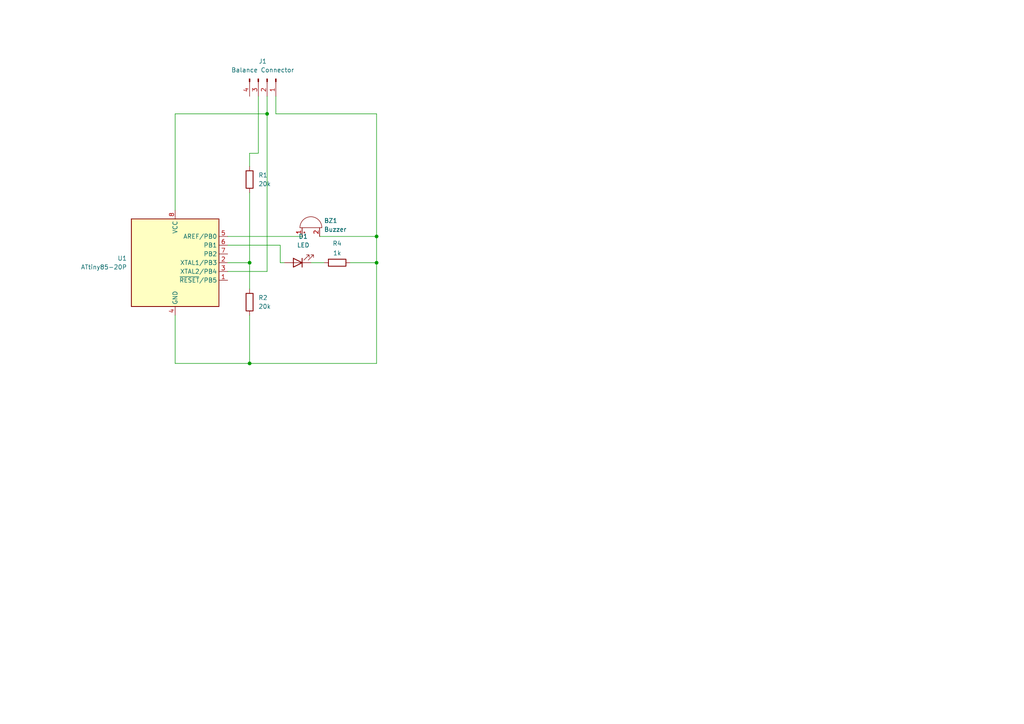
<source format=kicad_sch>
(kicad_sch (version 20231120) (generator "eeschema") (generator_version "8.0")
  (paper "A4")
  (lib_symbols
    (symbol "Connector:Conn_01x04_Pin" (pin_names (offset 1.016) hide)
      (property "Reference" "J" (at 0 5.08 0))
      (property "Value" "Conn_01x04_Pin" (at 0 -7.62 0))
      (symbol "Conn_01x04_Pin_1_1"
        (polyline (pts (xy 1.27 -5.08) (xy 0.8636 -5.08)) (stroke (width 0.1524)))
        (polyline (pts (xy 1.27 -2.54) (xy 0.8636 -2.54)) (stroke (width 0.1524)))
        (polyline (pts (xy 1.27 0) (xy 0.8636 0)) (stroke (width 0.1524)))
        (polyline (pts (xy 1.27 2.54) (xy 0.8636 2.54)) (stroke (width 0.1524)))
        (rectangle (start 0.8636 -4.953) (end 0 -5.207) (stroke (width 0.1524)) (fill (type outline)))
        (rectangle (start 0.8636 -2.413) (end 0 -2.667) (stroke (width 0.1524)) (fill (type outline)))
        (rectangle (start 0.8636 0.127) (end 0 -0.127) (stroke (width 0.1524)) (fill (type outline)))
        (rectangle (start 0.8636 2.667) (end 0 2.413) (stroke (width 0.1524)) (fill (type outline)))
        (pin passive line (at 5.08 2.54 180) (length 3.81) (name "Pin_1") (number "1"))
        (pin passive line (at 5.08 0 180) (length 3.81) (name "Pin_2") (number "2"))
        (pin passive line (at 5.08 -2.54 180) (length 3.81) (name "Pin_3") (number "3"))
        (pin passive line (at 5.08 -5.08 180) (length 3.81) (name "Pin_4") (number "4"))
      )
    )
    (symbol "Device:Buzzer" (pin_names (offset 0.0254) hide)
      (property "Reference" "BZ" (at 3.81 1.27 0))
      (property "Value" "Buzzer" (at 3.81 -1.27 0))
      (symbol "Buzzer_0_1"
        (arc (start 0 -3.175) (mid 3.1612 0) (end 0 3.175))
        (polyline (pts (xy -1.651 1.905) (xy -1.143 1.905)))
        (polyline (pts (xy -1.397 2.159) (xy -1.397 1.651)))
        (polyline (pts (xy 0 3.175) (xy 0 -3.175)))
      )
      (symbol "Buzzer_1_1"
        (pin passive line (at -2.54 2.54 0) (length 2.54) (name "+") (number "1"))
        (pin passive line (at -2.54 -2.54 0) (length 2.54) (name "-") (number "2"))
      )
    )
    (symbol "Device:LED" (pin_numbers hide) (pin_names (offset 1.016) hide)
      (property "Reference" "D" (at 0 2.54 0))
      (property "Value" "LED" (at 0 -2.54 0))
      (symbol "LED_0_1"
        (polyline (pts (xy -1.27 -1.27) (xy -1.27 1.27)) (stroke (width 0.254)))
        (polyline (pts (xy -1.27 0) (xy 1.27 0)))
        (polyline (pts (xy 1.27 -1.27) (xy 1.27 1.27) (xy -1.27 0) (xy 1.27 -1.27)) (stroke (width 0.254)))
        (polyline (pts (xy -3.048 -0.762) (xy -4.572 -2.286) (xy -3.81 -2.286) (xy -4.572 -2.286) (xy -4.572 -1.524)))
        (polyline (pts (xy -1.778 -0.762) (xy -3.302 -2.286) (xy -2.54 -2.286) (xy -3.302 -2.286) (xy -3.302 -1.524)))
      )
      (symbol "LED_1_1"
        (pin passive line (at -3.81 0 0) (length 2.54) (name "K") (number "1"))
        (pin passive line (at 3.81 0 180) (length 2.54) (name "A") (number "2"))
      )
    )
    (symbol "Device:R" (pin_numbers hide) (pin_names (offset 0))
      (property "Reference" "R" (at 2.032 0 90))
      (property "Value" "R" (at 0 0 90))
      (symbol "R_0_1"
        (rectangle (start -1.016 -2.54) (end 1.016 2.54) (stroke (width 0.254)))
      )
      (symbol "R_1_1"
        (pin passive line (at 0 3.81 270) (length 1.27) (name "~") (number "1"))
        (pin passive line (at 0 -3.81 90) (length 1.27) (name "~") (number "2"))
      )
    )
    (symbol "MCU_Microchip_ATtiny:ATtiny85-20P"
      (property "Reference" "U" (at -12.7 13.97 0))
      (property "Value" "ATtiny85-20P" (at 2.54 -13.97 0))
      (symbol "ATtiny85-20P_0_1"
        (rectangle (start -12.7 -12.7) (end 12.7 12.7) (stroke (width 0.254)) (fill (type background)))
      )
      (symbol "ATtiny85-20P_1_1"
        (pin bidirectional line (at 15.24 -5.08 180) (length 2.54) (name "~{RESET}/PB5") (number "1"))
        (pin bidirectional line (at 15.24 0 180) (length 2.54) (name "XTAL1/PB3") (number "2"))
        (pin bidirectional line (at 15.24 -2.54 180) (length 2.54) (name "XTAL2/PB4") (number "3"))
        (pin power_in line (at 0 -15.24 90) (length 2.54) (name "GND") (number "4"))
        (pin bidirectional line (at 15.24 7.62 180) (length 2.54) (name "AREF/PB0") (number "5"))
        (pin bidirectional line (at 15.24 5.08 180) (length 2.54) (name "PB1") (number "6"))
        (pin bidirectional line (at 15.24 2.54 180) (length 2.54) (name "PB2") (number "7"))
        (pin power_in line (at 0 15.24 270) (length 2.54) (name "VCC") (number "8"))
      )
    )
  )
  (junction (at 109.22 76.2))
  (junction (at 72.39 76.2))
  (junction (at 77.47 33.02))
  (junction (at 72.39 105.41))
  (junction (at 109.22 68.58))
  (wire (pts (xy 77.47 33.02) (xy 77.47 78.74)))
  (wire (pts (xy 50.8 33.02) (xy 50.8 60.96)))
  (wire (pts (xy 109.22 68.58) (xy 109.22 76.2)))
  (wire (pts (xy 90.17 76.2) (xy 93.98 76.2)))
  (wire (pts (xy 66.04 78.74) (xy 77.47 78.74)))
  (wire (pts (xy 66.04 76.2) (xy 72.39 76.2)))
  (wire (pts (xy 72.39 55.88) (xy 72.39 76.2)))
  (wire (pts (xy 72.39 91.44) (xy 72.39 105.41)))
  (wire (pts (xy 80.01 27.94) (xy 80.01 33.02)))
  (wire (pts (xy 109.22 33.02) (xy 109.22 68.58)))
  (wire (pts (xy 81.28 71.12) (xy 66.04 71.12)))
  (wire (pts (xy 81.28 76.2) (xy 81.28 71.12)))
  (wire (pts (xy 72.39 83.82) (xy 72.39 76.2)))
  (wire (pts (xy 92.71 68.58) (xy 109.22 68.58)))
  (wire (pts (xy 74.93 27.94) (xy 74.93 44.45)))
  (wire (pts (xy 66.04 68.58) (xy 87.63 68.58)))
  (wire (pts (xy 109.22 76.2) (xy 109.22 105.41)))
  (wire (pts (xy 101.6 76.2) (xy 109.22 76.2)))
  (wire (pts (xy 72.39 44.45) (xy 72.39 48.26)))
  (wire (pts (xy 77.47 27.94) (xy 77.47 33.02)))
  (wire (pts (xy 80.01 33.02) (xy 109.22 33.02)))
  (wire (pts (xy 50.8 105.41) (xy 50.8 91.44)))
  (wire (pts (xy 50.8 105.41) (xy 72.39 105.41)))
  (wire (pts (xy 72.39 105.41) (xy 109.22 105.41)))
  (wire (pts (xy 74.93 44.45) (xy 72.39 44.45)))
  (wire (pts (xy 81.28 76.2) (xy 82.55 76.2)))
  (wire (pts (xy 50.8 33.02) (xy 77.47 33.02)))
  (symbol (lib_id "MCU_Microchip_ATtiny:ATtiny85-20P") (at 50.8 76.2 0) (unit 1)
    (property "Reference" "U1" (at 36.83 74.9299 0) (effects (justify right)))
    (property "Value" "ATtiny85-20P" (at 36.83 77.4699 0) (effects (justify right)))
    (property "Footprint" "Package_DIP:DIP-8_W7.62mm" (effects (hide yes)))
    (property "Datasheet" "http://ww1.microchip.com/downloads/en/DeviceDoc/atmel-2586-avr-8-bit-microcontroller-attiny25-attiny45-attiny85_datasheet.pdf" (effects (hide yes)))
    (property "Description" "20MHz, 8kB Flash, 512B SRAM, 512B EEPROM, debugWIRE, DIP-8" (effects (hide yes)))
  )
  (symbol (lib_id "Connector:Conn_01x04_Pin") (at 77.47 22.86 270) (unit 1)
    (property "Reference" "J1" (at 76.2 17.78 90))
    (property "Value" "Balance Connector" (at 76.2 20.32 90))
    (property "Footprint" "Connector_PinHeader_2.54mm:PinHeader_1x04_P2.54mm_Horizontal" (effects (hide yes)))
    (property "Description" "Generic connector, single row, 01x04, script generated" (effects (hide yes)))
  )
  (symbol (lib_id "Device:Buzzer") (at 90.17 66.04 90) (unit 1)
    (property "Reference" "BZ1" (at 93.98 64.0148 90) (effects (justify right)))
    (property "Value" "Buzzer" (at 93.98 66.5548 90) (effects (justify right)))
    (property "Footprint" "Buzzer_Beeper:Buzzer_12x9.5RM7.6" (effects (hide yes)))
    (property "Description" "Buzzer, polarized" (effects (hide yes)))
  )
  (symbol (lib_id "Device:R") (at 97.79 76.2 90) (unit 1)
    (property "Reference" "R4" (at 97.79 70.612 90))
    (property "Value" "1k" (at 97.79 73.406 90))
    (property "Footprint" "Resistor_THT:R_Axial_DIN0204_L3.6mm_D1.6mm_P7.62mm_Horizontal" (effects (hide yes)))
    (property "Description" "Resistor" (effects (hide yes)))
  )
  (symbol (lib_id "Device:LED") (at 86.36 76.2 180) (unit 1)
    (property "Reference" "D1" (at 87.9475 68.58 0))
    (property "Value" "LED" (at 87.9475 71.12 0))
    (property "Footprint" "LED_THT:LED_D3.0mm" (effects (hide yes)))
    (property "Description" "Light emitting diode" (effects (hide yes)))
  )
  (symbol (lib_id "Device:R") (at 72.39 52.07 0) (unit 1)
    (property "Reference" "R1" (at 74.93 50.7999 0) (effects (justify left)))
    (property "Value" "20k" (at 74.93 53.3399 0) (effects (justify left)))
    (property "Footprint" "Resistor_THT:R_Axial_DIN0204_L3.6mm_D1.6mm_P7.62mm_Horizontal" (effects (hide yes)))
    (property "Description" "Resistor" (effects (hide yes)))
  )
  (symbol (lib_id "Device:R") (at 72.39 87.63 0) (unit 1)
    (property "Reference" "R2" (at 74.93 86.3599 0) (effects (justify left)))
    (property "Value" "20k" (at 74.93 88.8999 0) (effects (justify left)))
    (property "Footprint" "Resistor_THT:R_Axial_DIN0204_L3.6mm_D1.6mm_P7.62mm_Horizontal" (effects (hide yes)))
    (property "Description" "Resistor" (effects (hide yes)))
  )
)
</source>
